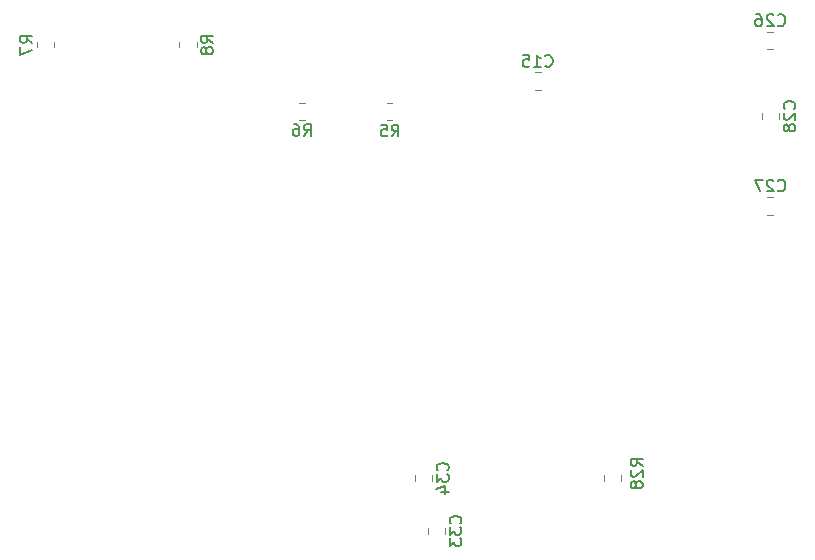
<source format=gbr>
%TF.GenerationSoftware,KiCad,Pcbnew,(6.0.11)*%
%TF.CreationDate,2024-04-30T16:24:35+07:00*%
%TF.ProjectId,Oxygen Monitoring,4f787967-656e-4204-9d6f-6e69746f7269,rev?*%
%TF.SameCoordinates,Original*%
%TF.FileFunction,Legend,Bot*%
%TF.FilePolarity,Positive*%
%FSLAX46Y46*%
G04 Gerber Fmt 4.6, Leading zero omitted, Abs format (unit mm)*
G04 Created by KiCad (PCBNEW (6.0.11)) date 2024-04-30 16:24:35*
%MOMM*%
%LPD*%
G01*
G04 APERTURE LIST*
%ADD10C,0.150000*%
%ADD11C,0.120000*%
G04 APERTURE END LIST*
D10*
%TO.C,C15*%
X76411357Y-139285942D02*
X76458976Y-139333561D01*
X76601833Y-139381180D01*
X76697071Y-139381180D01*
X76839928Y-139333561D01*
X76935166Y-139238323D01*
X76982785Y-139143085D01*
X77030404Y-138952609D01*
X77030404Y-138809752D01*
X76982785Y-138619276D01*
X76935166Y-138524038D01*
X76839928Y-138428800D01*
X76697071Y-138381180D01*
X76601833Y-138381180D01*
X76458976Y-138428800D01*
X76411357Y-138476419D01*
X75458976Y-139381180D02*
X76030404Y-139381180D01*
X75744690Y-139381180D02*
X75744690Y-138381180D01*
X75839928Y-138524038D01*
X75935166Y-138619276D01*
X76030404Y-138666895D01*
X74554214Y-138381180D02*
X75030404Y-138381180D01*
X75078023Y-138857371D01*
X75030404Y-138809752D01*
X74935166Y-138762133D01*
X74697071Y-138762133D01*
X74601833Y-138809752D01*
X74554214Y-138857371D01*
X74506595Y-138952609D01*
X74506595Y-139190704D01*
X74554214Y-139285942D01*
X74601833Y-139333561D01*
X74697071Y-139381180D01*
X74935166Y-139381180D01*
X75030404Y-139333561D01*
X75078023Y-139285942D01*
%TO.C,C27*%
X96102457Y-149852342D02*
X96150076Y-149899961D01*
X96292933Y-149947580D01*
X96388171Y-149947580D01*
X96531028Y-149899961D01*
X96626266Y-149804723D01*
X96673885Y-149709485D01*
X96721504Y-149519009D01*
X96721504Y-149376152D01*
X96673885Y-149185676D01*
X96626266Y-149090438D01*
X96531028Y-148995200D01*
X96388171Y-148947580D01*
X96292933Y-148947580D01*
X96150076Y-148995200D01*
X96102457Y-149042819D01*
X95721504Y-149042819D02*
X95673885Y-148995200D01*
X95578647Y-148947580D01*
X95340552Y-148947580D01*
X95245314Y-148995200D01*
X95197695Y-149042819D01*
X95150076Y-149138057D01*
X95150076Y-149233295D01*
X95197695Y-149376152D01*
X95769123Y-149947580D01*
X95150076Y-149947580D01*
X94816742Y-148947580D02*
X94150076Y-148947580D01*
X94578647Y-149947580D01*
%TO.C,R7*%
X32970780Y-137368733D02*
X32494590Y-137035400D01*
X32970780Y-136797304D02*
X31970780Y-136797304D01*
X31970780Y-137178257D01*
X32018400Y-137273495D01*
X32066019Y-137321114D01*
X32161257Y-137368733D01*
X32304114Y-137368733D01*
X32399352Y-137321114D01*
X32446971Y-137273495D01*
X32494590Y-137178257D01*
X32494590Y-136797304D01*
X31970780Y-137702066D02*
X31970780Y-138368733D01*
X32970780Y-137940161D01*
%TO.C,R8*%
X48271980Y-137363733D02*
X47795790Y-137030400D01*
X48271980Y-136792304D02*
X47271980Y-136792304D01*
X47271980Y-137173257D01*
X47319600Y-137268495D01*
X47367219Y-137316114D01*
X47462457Y-137363733D01*
X47605314Y-137363733D01*
X47700552Y-137316114D01*
X47748171Y-137268495D01*
X47795790Y-137173257D01*
X47795790Y-136792304D01*
X47700552Y-137935161D02*
X47652933Y-137839923D01*
X47605314Y-137792304D01*
X47510076Y-137744685D01*
X47462457Y-137744685D01*
X47367219Y-137792304D01*
X47319600Y-137839923D01*
X47271980Y-137935161D01*
X47271980Y-138125638D01*
X47319600Y-138220876D01*
X47367219Y-138268495D01*
X47462457Y-138316114D01*
X47510076Y-138316114D01*
X47605314Y-138268495D01*
X47652933Y-138220876D01*
X47700552Y-138125638D01*
X47700552Y-137935161D01*
X47748171Y-137839923D01*
X47795790Y-137792304D01*
X47891028Y-137744685D01*
X48081504Y-137744685D01*
X48176742Y-137792304D01*
X48224361Y-137839923D01*
X48271980Y-137935161D01*
X48271980Y-138125638D01*
X48224361Y-138220876D01*
X48176742Y-138268495D01*
X48081504Y-138316114D01*
X47891028Y-138316114D01*
X47795790Y-138268495D01*
X47748171Y-138220876D01*
X47700552Y-138125638D01*
%TO.C,C28*%
X97496742Y-142937742D02*
X97544361Y-142890123D01*
X97591980Y-142747266D01*
X97591980Y-142652028D01*
X97544361Y-142509171D01*
X97449123Y-142413933D01*
X97353885Y-142366314D01*
X97163409Y-142318695D01*
X97020552Y-142318695D01*
X96830076Y-142366314D01*
X96734838Y-142413933D01*
X96639600Y-142509171D01*
X96591980Y-142652028D01*
X96591980Y-142747266D01*
X96639600Y-142890123D01*
X96687219Y-142937742D01*
X96687219Y-143318695D02*
X96639600Y-143366314D01*
X96591980Y-143461552D01*
X96591980Y-143699647D01*
X96639600Y-143794885D01*
X96687219Y-143842504D01*
X96782457Y-143890123D01*
X96877695Y-143890123D01*
X97020552Y-143842504D01*
X97591980Y-143271076D01*
X97591980Y-143890123D01*
X97020552Y-144461552D02*
X96972933Y-144366314D01*
X96925314Y-144318695D01*
X96830076Y-144271076D01*
X96782457Y-144271076D01*
X96687219Y-144318695D01*
X96639600Y-144366314D01*
X96591980Y-144461552D01*
X96591980Y-144652028D01*
X96639600Y-144747266D01*
X96687219Y-144794885D01*
X96782457Y-144842504D01*
X96830076Y-144842504D01*
X96925314Y-144794885D01*
X96972933Y-144747266D01*
X97020552Y-144652028D01*
X97020552Y-144461552D01*
X97068171Y-144366314D01*
X97115790Y-144318695D01*
X97211028Y-144271076D01*
X97401504Y-144271076D01*
X97496742Y-144318695D01*
X97544361Y-144366314D01*
X97591980Y-144461552D01*
X97591980Y-144652028D01*
X97544361Y-144747266D01*
X97496742Y-144794885D01*
X97401504Y-144842504D01*
X97211028Y-144842504D01*
X97115790Y-144794885D01*
X97068171Y-144747266D01*
X97020552Y-144652028D01*
%TO.C,C34*%
X68130742Y-173570142D02*
X68178361Y-173522523D01*
X68225980Y-173379666D01*
X68225980Y-173284428D01*
X68178361Y-173141571D01*
X68083123Y-173046333D01*
X67987885Y-172998714D01*
X67797409Y-172951095D01*
X67654552Y-172951095D01*
X67464076Y-172998714D01*
X67368838Y-173046333D01*
X67273600Y-173141571D01*
X67225980Y-173284428D01*
X67225980Y-173379666D01*
X67273600Y-173522523D01*
X67321219Y-173570142D01*
X67225980Y-173903476D02*
X67225980Y-174522523D01*
X67606933Y-174189190D01*
X67606933Y-174332047D01*
X67654552Y-174427285D01*
X67702171Y-174474904D01*
X67797409Y-174522523D01*
X68035504Y-174522523D01*
X68130742Y-174474904D01*
X68178361Y-174427285D01*
X68225980Y-174332047D01*
X68225980Y-174046333D01*
X68178361Y-173951095D01*
X68130742Y-173903476D01*
X67559314Y-175379666D02*
X68225980Y-175379666D01*
X67178361Y-175141571D02*
X67892647Y-174903476D01*
X67892647Y-175522523D01*
%TO.C,R5*%
X63419066Y-145278580D02*
X63752400Y-144802390D01*
X63990495Y-145278580D02*
X63990495Y-144278580D01*
X63609542Y-144278580D01*
X63514304Y-144326200D01*
X63466685Y-144373819D01*
X63419066Y-144469057D01*
X63419066Y-144611914D01*
X63466685Y-144707152D01*
X63514304Y-144754771D01*
X63609542Y-144802390D01*
X63990495Y-144802390D01*
X62514304Y-144278580D02*
X62990495Y-144278580D01*
X63038114Y-144754771D01*
X62990495Y-144707152D01*
X62895257Y-144659533D01*
X62657161Y-144659533D01*
X62561923Y-144707152D01*
X62514304Y-144754771D01*
X62466685Y-144850009D01*
X62466685Y-145088104D01*
X62514304Y-145183342D01*
X62561923Y-145230961D01*
X62657161Y-145278580D01*
X62895257Y-145278580D01*
X62990495Y-145230961D01*
X63038114Y-145183342D01*
%TO.C,R6*%
X55976866Y-145252180D02*
X56310200Y-144775990D01*
X56548295Y-145252180D02*
X56548295Y-144252180D01*
X56167342Y-144252180D01*
X56072104Y-144299800D01*
X56024485Y-144347419D01*
X55976866Y-144442657D01*
X55976866Y-144585514D01*
X56024485Y-144680752D01*
X56072104Y-144728371D01*
X56167342Y-144775990D01*
X56548295Y-144775990D01*
X55119723Y-144252180D02*
X55310200Y-144252180D01*
X55405438Y-144299800D01*
X55453057Y-144347419D01*
X55548295Y-144490276D01*
X55595914Y-144680752D01*
X55595914Y-145061704D01*
X55548295Y-145156942D01*
X55500676Y-145204561D01*
X55405438Y-145252180D01*
X55214961Y-145252180D01*
X55119723Y-145204561D01*
X55072104Y-145156942D01*
X55024485Y-145061704D01*
X55024485Y-144823609D01*
X55072104Y-144728371D01*
X55119723Y-144680752D01*
X55214961Y-144633133D01*
X55405438Y-144633133D01*
X55500676Y-144680752D01*
X55548295Y-144728371D01*
X55595914Y-144823609D01*
%TO.C,C26*%
X96102457Y-135856942D02*
X96150076Y-135904561D01*
X96292933Y-135952180D01*
X96388171Y-135952180D01*
X96531028Y-135904561D01*
X96626266Y-135809323D01*
X96673885Y-135714085D01*
X96721504Y-135523609D01*
X96721504Y-135380752D01*
X96673885Y-135190276D01*
X96626266Y-135095038D01*
X96531028Y-134999800D01*
X96388171Y-134952180D01*
X96292933Y-134952180D01*
X96150076Y-134999800D01*
X96102457Y-135047419D01*
X95721504Y-135047419D02*
X95673885Y-134999800D01*
X95578647Y-134952180D01*
X95340552Y-134952180D01*
X95245314Y-134999800D01*
X95197695Y-135047419D01*
X95150076Y-135142657D01*
X95150076Y-135237895D01*
X95197695Y-135380752D01*
X95769123Y-135952180D01*
X95150076Y-135952180D01*
X94292933Y-134952180D02*
X94483409Y-134952180D01*
X94578647Y-134999800D01*
X94626266Y-135047419D01*
X94721504Y-135190276D01*
X94769123Y-135380752D01*
X94769123Y-135761704D01*
X94721504Y-135856942D01*
X94673885Y-135904561D01*
X94578647Y-135952180D01*
X94388171Y-135952180D01*
X94292933Y-135904561D01*
X94245314Y-135856942D01*
X94197695Y-135761704D01*
X94197695Y-135523609D01*
X94245314Y-135428371D01*
X94292933Y-135380752D01*
X94388171Y-135333133D01*
X94578647Y-135333133D01*
X94673885Y-135380752D01*
X94721504Y-135428371D01*
X94769123Y-135523609D01*
%TO.C,C33*%
X69222942Y-178040542D02*
X69270561Y-177992923D01*
X69318180Y-177850066D01*
X69318180Y-177754828D01*
X69270561Y-177611971D01*
X69175323Y-177516733D01*
X69080085Y-177469114D01*
X68889609Y-177421495D01*
X68746752Y-177421495D01*
X68556276Y-177469114D01*
X68461038Y-177516733D01*
X68365800Y-177611971D01*
X68318180Y-177754828D01*
X68318180Y-177850066D01*
X68365800Y-177992923D01*
X68413419Y-178040542D01*
X68318180Y-178373876D02*
X68318180Y-178992923D01*
X68699133Y-178659590D01*
X68699133Y-178802447D01*
X68746752Y-178897685D01*
X68794371Y-178945304D01*
X68889609Y-178992923D01*
X69127704Y-178992923D01*
X69222942Y-178945304D01*
X69270561Y-178897685D01*
X69318180Y-178802447D01*
X69318180Y-178516733D01*
X69270561Y-178421495D01*
X69222942Y-178373876D01*
X68318180Y-179326257D02*
X68318180Y-179945304D01*
X68699133Y-179611971D01*
X68699133Y-179754828D01*
X68746752Y-179850066D01*
X68794371Y-179897685D01*
X68889609Y-179945304D01*
X69127704Y-179945304D01*
X69222942Y-179897685D01*
X69270561Y-179850066D01*
X69318180Y-179754828D01*
X69318180Y-179469114D01*
X69270561Y-179373876D01*
X69222942Y-179326257D01*
%TO.C,R28*%
X84658780Y-173163742D02*
X84182590Y-172830409D01*
X84658780Y-172592314D02*
X83658780Y-172592314D01*
X83658780Y-172973266D01*
X83706400Y-173068504D01*
X83754019Y-173116123D01*
X83849257Y-173163742D01*
X83992114Y-173163742D01*
X84087352Y-173116123D01*
X84134971Y-173068504D01*
X84182590Y-172973266D01*
X84182590Y-172592314D01*
X83754019Y-173544695D02*
X83706400Y-173592314D01*
X83658780Y-173687552D01*
X83658780Y-173925647D01*
X83706400Y-174020885D01*
X83754019Y-174068504D01*
X83849257Y-174116123D01*
X83944495Y-174116123D01*
X84087352Y-174068504D01*
X84658780Y-173497076D01*
X84658780Y-174116123D01*
X84087352Y-174687552D02*
X84039733Y-174592314D01*
X83992114Y-174544695D01*
X83896876Y-174497076D01*
X83849257Y-174497076D01*
X83754019Y-174544695D01*
X83706400Y-174592314D01*
X83658780Y-174687552D01*
X83658780Y-174878028D01*
X83706400Y-174973266D01*
X83754019Y-175020885D01*
X83849257Y-175068504D01*
X83896876Y-175068504D01*
X83992114Y-175020885D01*
X84039733Y-174973266D01*
X84087352Y-174878028D01*
X84087352Y-174687552D01*
X84134971Y-174592314D01*
X84182590Y-174544695D01*
X84277828Y-174497076D01*
X84468304Y-174497076D01*
X84563542Y-174544695D01*
X84611161Y-174592314D01*
X84658780Y-174687552D01*
X84658780Y-174878028D01*
X84611161Y-174973266D01*
X84563542Y-175020885D01*
X84468304Y-175068504D01*
X84277828Y-175068504D01*
X84182590Y-175020885D01*
X84134971Y-174973266D01*
X84087352Y-174878028D01*
D11*
%TO.C,C15*%
X76029752Y-141343800D02*
X75507248Y-141343800D01*
X76029752Y-139873800D02*
X75507248Y-139873800D01*
%TO.C,C27*%
X95720852Y-150440200D02*
X95198348Y-150440200D01*
X95720852Y-151910200D02*
X95198348Y-151910200D01*
%TO.C,R7*%
X33368600Y-137757464D02*
X33368600Y-137303336D01*
X34838600Y-137757464D02*
X34838600Y-137303336D01*
%TO.C,R8*%
X45433600Y-137757464D02*
X45433600Y-137303336D01*
X46903600Y-137757464D02*
X46903600Y-137303336D01*
%TO.C,C28*%
X94724600Y-143841852D02*
X94724600Y-143319348D01*
X96194600Y-143841852D02*
X96194600Y-143319348D01*
%TO.C,C34*%
X66857600Y-173951748D02*
X66857600Y-174474252D01*
X65387600Y-173951748D02*
X65387600Y-174474252D01*
%TO.C,R5*%
X63479464Y-143934600D02*
X63025336Y-143934600D01*
X63479464Y-142464600D02*
X63025336Y-142464600D01*
%TO.C,R6*%
X55583136Y-143909200D02*
X56037264Y-143909200D01*
X55583136Y-142439200D02*
X56037264Y-142439200D01*
%TO.C,C26*%
X95720852Y-136444800D02*
X95198348Y-136444800D01*
X95720852Y-137914800D02*
X95198348Y-137914800D01*
%TO.C,C33*%
X66479800Y-178422148D02*
X66479800Y-178944652D01*
X67949800Y-178422148D02*
X67949800Y-178944652D01*
%TO.C,R28*%
X81389600Y-174418564D02*
X81389600Y-173964436D01*
X82859600Y-174418564D02*
X82859600Y-173964436D01*
%TD*%
M02*

</source>
